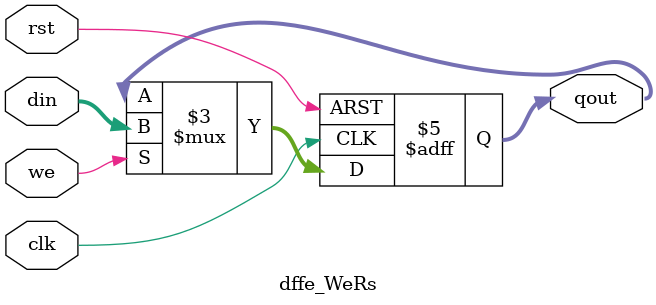
<source format=v>
/* This module implements a Width bit DFFE
 with Write Enable and Reset signals
 */
module dffe_WeRs #(parameter Width = 32)
                  (input we,                    // write enable
                   input [Width-1:0] din,       // data in
                   output reg [Width-1:0] qout, // data out
                   input clk,                   // clock
                   input rst);                  // async reset
    initial begin
        qout <= {Width{1'b0}};
    end
    always @(posedge clk or posedge rst) begin
        if (rst) begin
            qout <= {Width{1'b0}};
        end else if (we) begin
            qout <= din;
        end
    end
endmodule

</source>
